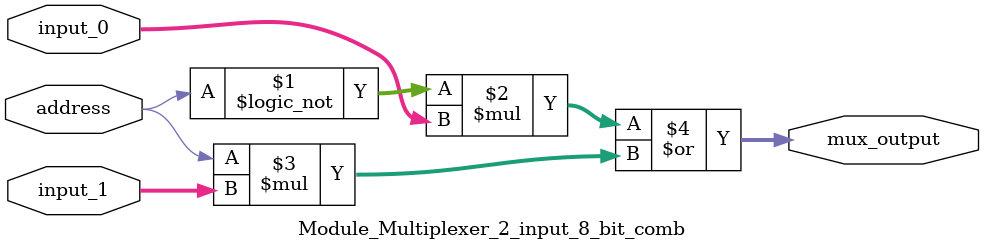
<source format=v>
module	Module_Multiplexer_2_input_8_bit_comb	(	address,
							input_0,
							input_1,

							mux_output);

input		address;
input	[7:0]	input_0;
input	[7:0]	input_1;

output	[7:0]	mux_output;

//assign	mux_output = (address)? input_1 : input_0;
assign		mux_output = ((!address) * input_0) | (address * input_1);

endmodule

</source>
